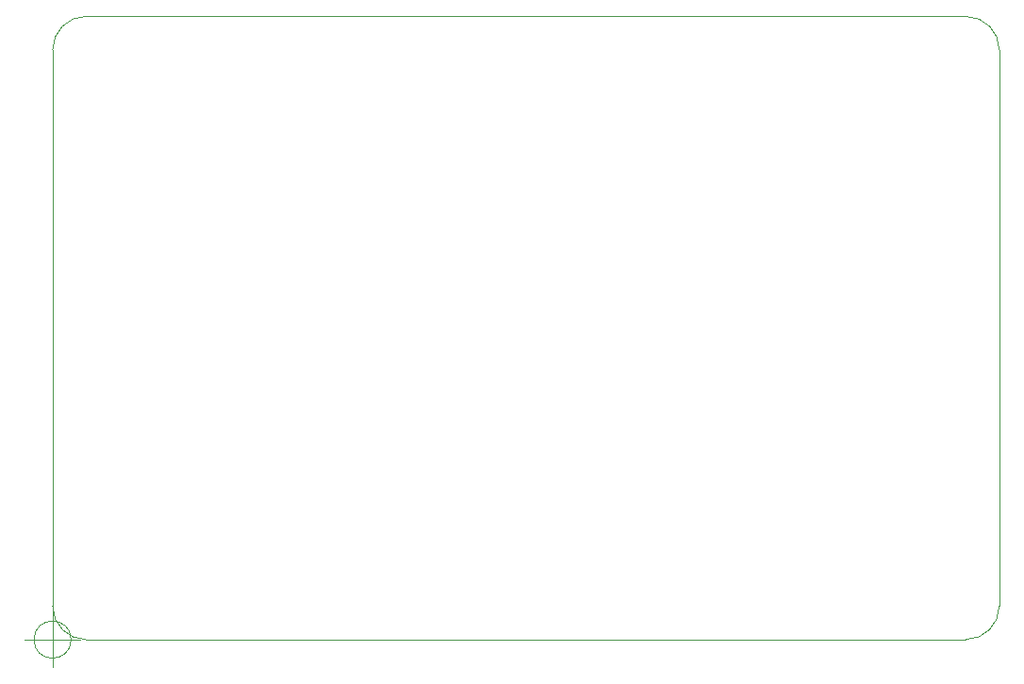
<source format=gm1>
G04 #@! TF.GenerationSoftware,KiCad,Pcbnew,7.0.10*
G04 #@! TF.CreationDate,2024-02-06T16:41:22-06:00*
G04 #@! TF.ProjectId,radiohead,72616469-6f68-4656-9164-2e6b69636164,2.0*
G04 #@! TF.SameCoordinates,Original*
G04 #@! TF.FileFunction,Profile,NP*
%FSLAX46Y46*%
G04 Gerber Fmt 4.6, Leading zero omitted, Abs format (unit mm)*
G04 Created by KiCad (PCBNEW 7.0.10) date 2024-02-06 16:41:22*
%MOMM*%
%LPD*%
G01*
G04 APERTURE LIST*
G04 #@! TA.AperFunction,Profile*
%ADD10C,0.050000*%
G04 #@! TD*
G04 APERTURE END LIST*
D10*
X83000000Y-100000000D02*
G75*
G03*
X80000000Y-103000000I0J-3000000D01*
G01*
X83000000Y-100000000D02*
X162000000Y-100000000D01*
X165000000Y-103000000D02*
X165000000Y-153000000D01*
X83000000Y-156000000D02*
X162000000Y-156000000D01*
X80000000Y-103000000D02*
X80000000Y-153000000D01*
X80000000Y-153000000D02*
G75*
G03*
X83000000Y-156000000I3000000J0D01*
G01*
X162000000Y-156000000D02*
G75*
G03*
X165000000Y-153000000I0J3000000D01*
G01*
X165000000Y-103000000D02*
G75*
G03*
X162000000Y-100000000I-3000000J0D01*
G01*
X81651266Y-156006800D02*
G75*
G03*
X78317934Y-156006800I-1666666J0D01*
G01*
X78317934Y-156006800D02*
G75*
G03*
X81651266Y-156006800I1666666J0D01*
G01*
X77484600Y-156006800D02*
X82484600Y-156006800D01*
X79984600Y-153506800D02*
X79984600Y-158506800D01*
M02*

</source>
